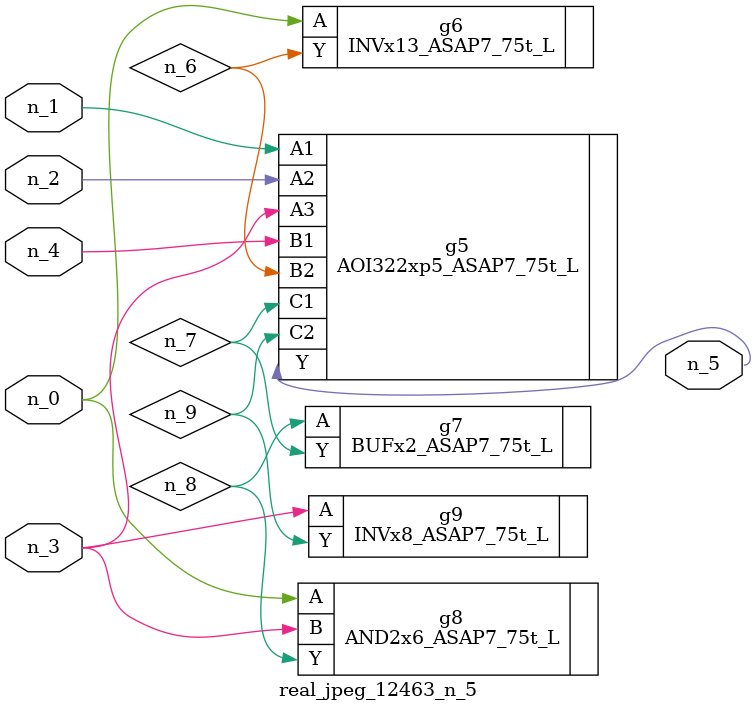
<source format=v>
module real_jpeg_12463_n_5 (n_4, n_0, n_1, n_2, n_3, n_5);

input n_4;
input n_0;
input n_1;
input n_2;
input n_3;

output n_5;

wire n_8;
wire n_6;
wire n_7;
wire n_9;

INVx13_ASAP7_75t_L g6 ( 
.A(n_0),
.Y(n_6)
);

AND2x6_ASAP7_75t_L g8 ( 
.A(n_0),
.B(n_3),
.Y(n_8)
);

AOI322xp5_ASAP7_75t_L g5 ( 
.A1(n_1),
.A2(n_2),
.A3(n_3),
.B1(n_4),
.B2(n_6),
.C1(n_7),
.C2(n_9),
.Y(n_5)
);

INVx8_ASAP7_75t_L g9 ( 
.A(n_3),
.Y(n_9)
);

BUFx2_ASAP7_75t_L g7 ( 
.A(n_8),
.Y(n_7)
);


endmodule
</source>
